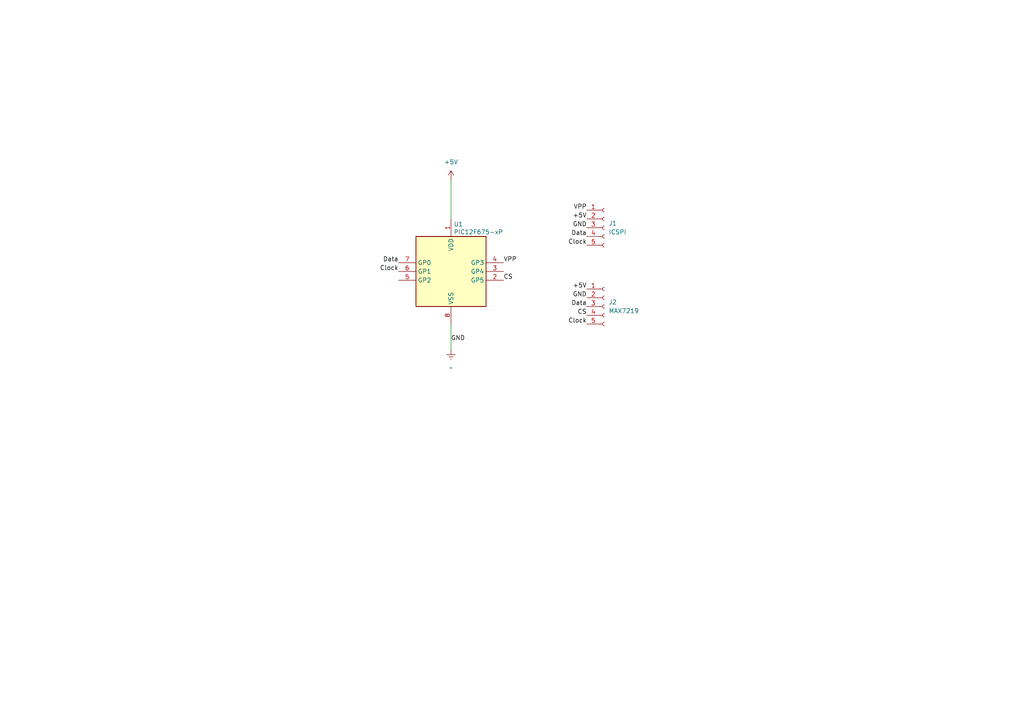
<source format=kicad_sch>
(kicad_sch (version 20231120) (generator "eeschema") (generator_version "8.0")
  (paper "A4")
  (lib_symbols
    (symbol "Connector:Conn_01x05_Socket" (pin_names (offset 1.016) hide)
      (property "Reference" "J" (at 0 7.62 0))
      (property "Value" "Conn_01x05_Socket" (at 0 -7.62 0))
      (symbol "Conn_01x05_Socket_1_1"
        (arc (start 0 -4.572) (mid -0.5058 -5.08) (end 0 -5.588) (stroke (width 0.1524)))
        (arc (start 0 -2.032) (mid -0.5058 -2.54) (end 0 -3.048) (stroke (width 0.1524)))
        (polyline (pts (xy -1.27 -5.08) (xy -0.508 -5.08)) (stroke (width 0.1524)))
        (polyline (pts (xy -1.27 -2.54) (xy -0.508 -2.54)) (stroke (width 0.1524)))
        (polyline (pts (xy -1.27 0) (xy -0.508 0)) (stroke (width 0.1524)))
        (polyline (pts (xy -1.27 2.54) (xy -0.508 2.54)) (stroke (width 0.1524)))
        (polyline (pts (xy -1.27 5.08) (xy -0.508 5.08)) (stroke (width 0.1524)))
        (arc (start 0 0.508) (mid -0.5058 0) (end 0 -0.508) (stroke (width 0.1524)))
        (arc (start 0 3.048) (mid -0.5058 2.54) (end 0 2.032) (stroke (width 0.1524)))
        (arc (start 0 5.588) (mid -0.5058 5.08) (end 0 4.572) (stroke (width 0.1524)))
        (pin passive line (at -5.08 5.08 0) (length 3.81) (name "Pin_1") (number "1"))
        (pin passive line (at -5.08 2.54 0) (length 3.81) (name "Pin_2") (number "2"))
        (pin passive line (at -5.08 0 0) (length 3.81) (name "Pin_3") (number "3"))
        (pin passive line (at -5.08 -2.54 0) (length 3.81) (name "Pin_4") (number "4"))
        (pin passive line (at -5.08 -5.08 0) (length 3.81) (name "Pin_5") (number "5"))
      )
    )
    (symbol "MCU_Microchip_PIC12:PIC12F675-xP"
      (property "Reference" "U" (at 1.27 13.97 0))
      (property "Value" "PIC12F675-xP" (at 1.27 11.43 0))
      (symbol "PIC12F675-xP_0_1"
        (rectangle (start 10.16 -10.16) (end -10.16 10.16) (stroke (width 0.254)) (fill (type background)))
      )
      (symbol "PIC12F675-xP_1_1"
        (pin power_in line (at 0 15.24 270) (length 5.08) (name "VDD") (number "1"))
        (pin bidirectional line (at 15.24 -2.54 180) (length 5.08) (name "GP5") (number "2"))
        (pin bidirectional line (at 15.24 0 180) (length 5.08) (name "GP4") (number "3"))
        (pin input line (at 15.24 2.54 180) (length 5.08) (name "GP3") (number "4"))
        (pin bidirectional line (at -15.24 -2.54 0) (length 5.08) (name "GP2") (number "5"))
        (pin bidirectional line (at -15.24 0 0) (length 5.08) (name "GP1") (number "6"))
        (pin bidirectional line (at -15.24 2.54 0) (length 5.08) (name "GP0") (number "7"))
        (pin power_in line (at 0 -15.24 90) (length 5.08) (name "VSS") (number "8"))
      )
    )
    (symbol "power:+5V" (power) (pin_numbers hide) (pin_names (offset 0) hide)
      (property "Value" "+5V" (at 0 3.556 0))
      (symbol "+5V_0_1"
        (polyline (pts (xy -0.762 1.27) (xy 0 2.54)))
        (polyline (pts (xy 0 0) (xy 0 2.54)))
        (polyline (pts (xy 0 2.54) (xy 0.762 1.27)))
      )
      (symbol "+5V_1_1"
        (pin power_in line (at 0 0 90) (length 0) (name "~") (number "1"))
      )
    )
    (symbol "power:Earth" (power) (pin_numbers hide) (pin_names (offset 0) hide)
      (property "Value" "Earth" (at 0 -3.81 0))
      (symbol "Earth_0_1"
        (polyline (pts (xy -0.635 -1.905) (xy 0.635 -1.905)))
        (polyline (pts (xy -0.127 -2.54) (xy 0.127 -2.54)))
        (polyline (pts (xy 0 -1.27) (xy 0 0)))
        (polyline (pts (xy 1.27 -1.27) (xy -1.27 -1.27)))
      )
      (symbol "Earth_1_1"
        (pin power_in line (at 0 0 270) (length 0) (name "~") (number "1"))
      )
    )
  )
  (wire (pts (xy 130.81 93.98) (xy 130.81 101.6)))
  (wire (pts (xy 130.81 52.07) (xy 130.81 63.5)))
  (label "+5V" (at 170.18 83.82 180))
  (label "Data" (at 170.18 88.9 180))
  (label "Data" (at 170.18 68.58 180))
  (label "CS" (at 146.05 81.28 0))
  (label "GND" (at 170.18 86.36 180))
  (label "VPP" (at 146.05 76.2 0))
  (label "CS" (at 170.18 91.44 180))
  (label "+5V" (at 170.18 63.5 180))
  (label "Data" (at 115.57 76.2 180))
  (label "Clock" (at 170.18 93.98 180))
  (label "Clock" (at 170.18 71.12 180))
  (label "VPP" (at 170.18 60.96 180))
  (label "GND" (at 170.18 66.04 180))
  (label "Clock" (at 115.57 78.74 180))
  (label "GND" (at 130.81 99.06 0))
  (symbol (lib_id "Connector:Conn_01x05_Socket") (at 175.26 66.04 0) (unit 1)
    (property "Reference" "J1" (at 176.53 64.7699 0) (effects (justify left)))
    (property "Value" "ICSPI" (at 176.53 67.3099 0) (effects (justify left)))
    (property "Description" "Generic connector, single row, 01x05, script generated" (effects (hide yes)))
  )
  (symbol (lib_id "Connector:Conn_01x05_Socket") (at 175.26 88.9 0) (unit 1)
    (property "Reference" "J2" (at 176.53 87.6299 0) (effects (justify left)))
    (property "Value" "MAX7219" (at 176.53 90.1699 0) (effects (justify left)))
    (property "Description" "Generic connector, single row, 01x05, script generated" (effects (hide yes)))
  )
  (symbol (lib_id "power:+5V") (at 130.81 52.07 0) (unit 1)
    (property "Reference" "#PWR1" (effects (hide yes)))
    (property "Value" "+5V" (at 130.81 46.99 0))
    (property "Description" "Power symbol creates a global label with name \"+5V\"" (effects (hide yes)))
  )
  (symbol (lib_id "MCU_Microchip_PIC12:PIC12F675-xP") (at 130.81 78.74 0) (unit 1)
    (property "Reference" "U1" (at 131.572 65.024 0) (effects (justify left)))
    (property "Value" "PIC12F675-xP" (at 131.572 67.31 0) (effects (justify left)))
    (property "Footprint" "Package_DIP:DIP-8_W7.62mm" (effects (hide yes)))
    (property "Datasheet" "https://ww1.microchip.com/downloads/en/DeviceDoc/41190G.pdf" (effects (hide yes)))
    (property "Description" "1024W Flash, 64B SRAM, 128B EEPROM, PDIP-8" (effects (hide yes)))
  )
  (symbol (lib_id "power:Earth") (at 130.81 101.6 0) (unit 1)
    (property "Reference" "#PWR2" (effects (hide yes)))
    (property "Value" "~" (at 130.81 106.68 0))
    (property "Description" "Power symbol creates a global label with name \"Earth\"" (effects (hide yes)))
  )
)
</source>
